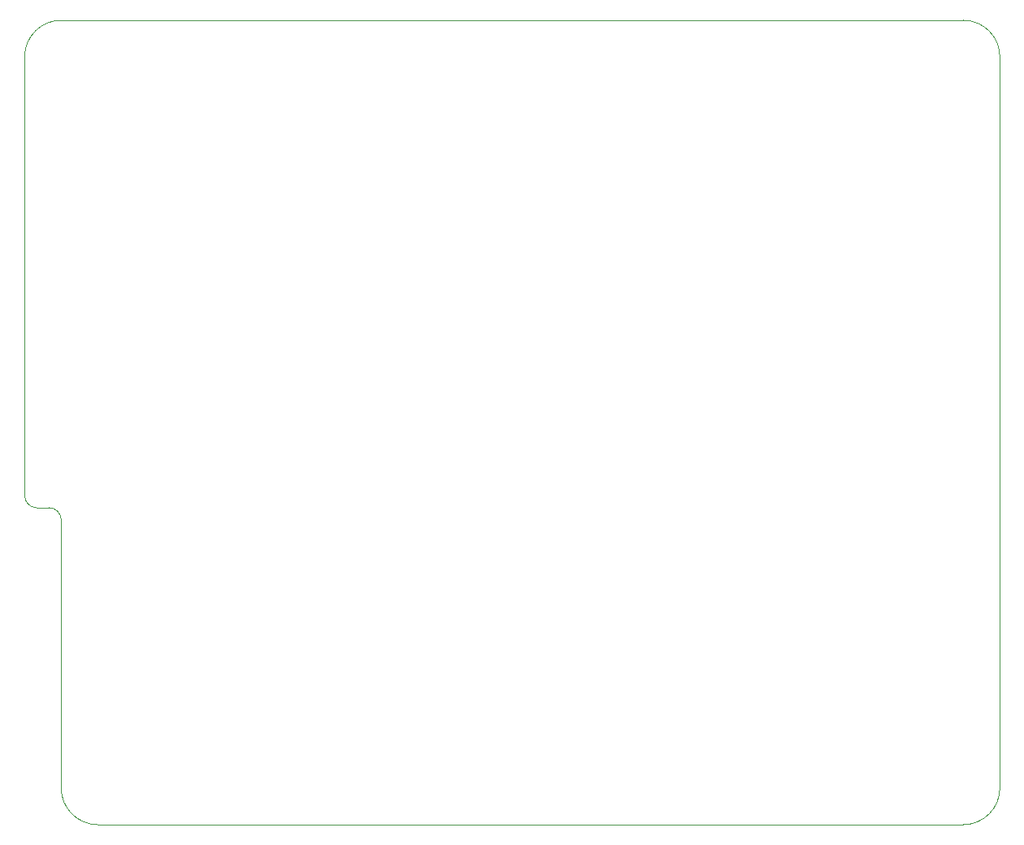
<source format=gm1>
%TF.GenerationSoftware,KiCad,Pcbnew,(5.1.10-0-10_14)*%
%TF.CreationDate,2021-05-10T16:58:36+02:00*%
%TF.ProjectId,Z80_Dev_Board,5a38305f-4465-4765-9f42-6f6172642e6b,rev?*%
%TF.SameCoordinates,Original*%
%TF.FileFunction,Profile,NP*%
%FSLAX46Y46*%
G04 Gerber Fmt 4.6, Leading zero omitted, Abs format (unit mm)*
G04 Created by KiCad (PCBNEW (5.1.10-0-10_14)) date 2021-05-10 16:58:36*
%MOMM*%
%LPD*%
G01*
G04 APERTURE LIST*
%TA.AperFunction,Profile*%
%ADD10C,0.050000*%
%TD*%
G04 APERTURE END LIST*
D10*
X90170000Y-106680000D02*
X91440000Y-106680000D01*
X91440000Y-106680000D02*
G75*
G02*
X92710000Y-107950000I0J-1270000D01*
G01*
X90170000Y-106680000D02*
G75*
G02*
X88900000Y-105410000I0J1270000D01*
G01*
X92710000Y-135890000D02*
X92710000Y-107950000D01*
X96520000Y-139700000D02*
G75*
G02*
X92710000Y-135890000I0J3810000D01*
G01*
X88900000Y-59690000D02*
G75*
G02*
X92710000Y-55880000I3810000J0D01*
G01*
X186690000Y-55880000D02*
G75*
G02*
X190500000Y-59690000I0J-3810000D01*
G01*
X190500000Y-135890000D02*
G75*
G02*
X186690000Y-139700000I-3810000J0D01*
G01*
X186690000Y-55880000D02*
X92710000Y-55880000D01*
X190500000Y-135890000D02*
X190500000Y-59690000D01*
X96520000Y-139700000D02*
X186690000Y-139700000D01*
X88900000Y-59690000D02*
X88900000Y-105410000D01*
M02*

</source>
